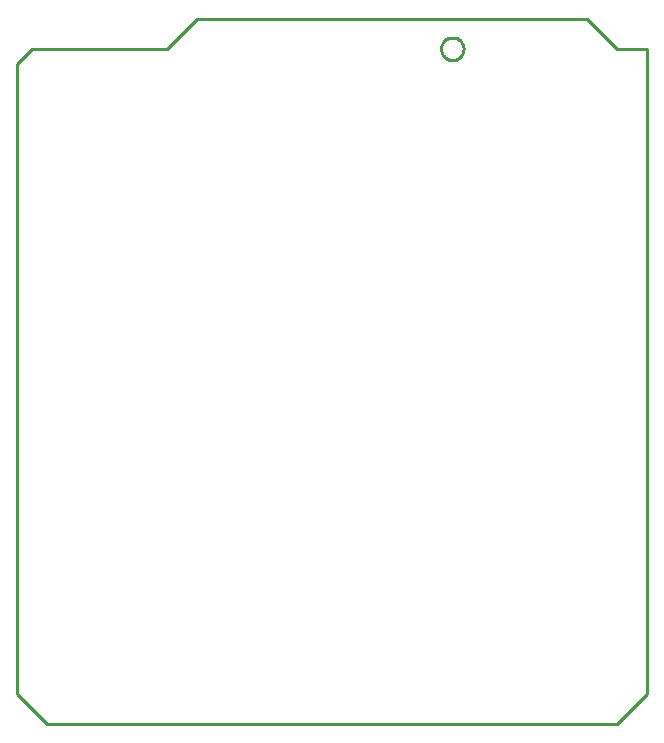
<source format=gbr>
G04 EAGLE Gerber RS-274X export*
G75*
%MOMM*%
%FSLAX34Y34*%
%LPD*%
%IN*%
%IPPOS*%
%AMOC8*
5,1,8,0,0,1.08239X$1,22.5*%
G01*
%ADD10C,0.254000*%


D10*
X0Y25400D02*
X25400Y0D01*
X508000Y0D01*
X533400Y25400D01*
X533400Y571500D01*
X508000Y571500D01*
X482600Y596900D01*
X152400Y596900D01*
X127000Y571500D01*
X12700Y571500D01*
X0Y558800D01*
X0Y25400D01*
X377825Y571084D02*
X377753Y570256D01*
X377608Y569436D01*
X377393Y568633D01*
X377108Y567851D01*
X376757Y567098D01*
X376341Y566377D01*
X375864Y565696D01*
X375329Y565059D01*
X374741Y564471D01*
X374104Y563936D01*
X373423Y563459D01*
X372702Y563043D01*
X371949Y562692D01*
X371167Y562407D01*
X370364Y562192D01*
X369544Y562048D01*
X368716Y561975D01*
X367884Y561975D01*
X367056Y562048D01*
X366236Y562192D01*
X365433Y562407D01*
X364651Y562692D01*
X363898Y563043D01*
X363177Y563459D01*
X362496Y563936D01*
X361859Y564471D01*
X361271Y565059D01*
X360736Y565696D01*
X360259Y566377D01*
X359843Y567098D01*
X359492Y567851D01*
X359207Y568633D01*
X358992Y569436D01*
X358848Y570256D01*
X358775Y571084D01*
X358775Y571916D01*
X358848Y572744D01*
X358992Y573564D01*
X359207Y574367D01*
X359492Y575149D01*
X359843Y575902D01*
X360259Y576623D01*
X360736Y577304D01*
X361271Y577941D01*
X361859Y578529D01*
X362496Y579064D01*
X363177Y579541D01*
X363898Y579957D01*
X364651Y580308D01*
X365433Y580593D01*
X366236Y580808D01*
X367056Y580953D01*
X367884Y581025D01*
X368716Y581025D01*
X369544Y580953D01*
X370364Y580808D01*
X371167Y580593D01*
X371949Y580308D01*
X372702Y579957D01*
X373423Y579541D01*
X374104Y579064D01*
X374741Y578529D01*
X375329Y577941D01*
X375864Y577304D01*
X376341Y576623D01*
X376757Y575902D01*
X377108Y575149D01*
X377393Y574367D01*
X377608Y573564D01*
X377753Y572744D01*
X377825Y571916D01*
X377825Y571084D01*
M02*

</source>
